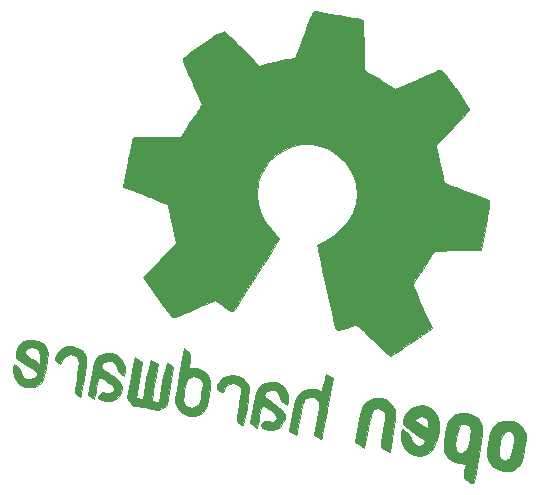
<source format=gbr>
G04 #@! TF.GenerationSoftware,KiCad,Pcbnew,(5.1.12)-1*
G04 #@! TF.CreationDate,2021-12-15T08:08:51+10:00*
G04 #@! TF.ProjectId,Weather-Station,57656174-6865-4722-9d53-746174696f6e,rev?*
G04 #@! TF.SameCoordinates,Original*
G04 #@! TF.FileFunction,Legend,Bot*
G04 #@! TF.FilePolarity,Positive*
%FSLAX46Y46*%
G04 Gerber Fmt 4.6, Leading zero omitted, Abs format (unit mm)*
G04 Created by KiCad (PCBNEW (5.1.12)-1) date 2021-12-15 08:08:51*
%MOMM*%
%LPD*%
G01*
G04 APERTURE LIST*
%ADD10C,0.010000*%
G04 APERTURE END LIST*
D10*
G36*
X107424627Y-67269916D02*
G01*
X106905487Y-67181305D01*
X106528784Y-67122809D01*
X106269902Y-67092585D01*
X106104220Y-67088784D01*
X106007120Y-67109560D01*
X105953984Y-67153067D01*
X105920190Y-67217458D01*
X105916518Y-67225917D01*
X105855359Y-67379462D01*
X105738724Y-67683128D01*
X105578880Y-68104566D01*
X105388092Y-68611431D01*
X105178629Y-69171375D01*
X105171293Y-69191044D01*
X104963692Y-69739373D01*
X104774667Y-70222853D01*
X104616015Y-70612564D01*
X104499530Y-70879592D01*
X104437009Y-70995020D01*
X104434675Y-70996849D01*
X104303643Y-71035494D01*
X104037656Y-71091495D01*
X103694156Y-71152764D01*
X103692248Y-71153078D01*
X103258890Y-71234182D01*
X102745425Y-71344299D01*
X102259272Y-71460325D01*
X102236191Y-71466231D01*
X101441676Y-71670397D01*
X100008857Y-70270766D01*
X99568938Y-69843535D01*
X99169728Y-69460544D01*
X98834414Y-69143660D01*
X98586180Y-68914747D01*
X98448210Y-68795672D01*
X98434771Y-68786276D01*
X98317382Y-68796862D01*
X98082306Y-68906359D01*
X97720167Y-69120232D01*
X97221585Y-69443946D01*
X96709574Y-69791597D01*
X96214390Y-70135830D01*
X95769909Y-70451253D01*
X95402993Y-70718283D01*
X95140505Y-70917341D01*
X95009307Y-71028841D01*
X95004098Y-71034853D01*
X94976340Y-71122348D01*
X94995590Y-71276625D01*
X95069492Y-71519406D01*
X95205693Y-71872418D01*
X95411842Y-72357384D01*
X95690165Y-72983982D01*
X95937894Y-73535984D01*
X96159084Y-74030894D01*
X96340975Y-74439994D01*
X96470807Y-74734565D01*
X96535816Y-74885887D01*
X96539790Y-74896083D01*
X96506017Y-75024131D01*
X96379177Y-75262216D01*
X96184066Y-75565486D01*
X96116667Y-75661439D01*
X95820893Y-76089700D01*
X95499771Y-76578184D01*
X95233979Y-77002974D01*
X95040714Y-77318958D01*
X94889257Y-77558286D01*
X94804250Y-77682337D01*
X94794805Y-77691386D01*
X94679156Y-77688739D01*
X94405382Y-77689090D01*
X94009963Y-77691947D01*
X93529378Y-77696822D01*
X93000108Y-77703225D01*
X92458630Y-77710666D01*
X91941426Y-77718658D01*
X91484976Y-77726710D01*
X91125758Y-77734333D01*
X90900253Y-77741037D01*
X90844644Y-77744370D01*
X90783978Y-77766098D01*
X90729845Y-77829785D01*
X90676147Y-77959075D01*
X90616785Y-78177612D01*
X90545659Y-78509039D01*
X90456670Y-78977000D01*
X90343720Y-79605137D01*
X90298184Y-79862741D01*
X89928741Y-81957958D01*
X90414387Y-82145991D01*
X90684826Y-82249201D01*
X91088696Y-82401463D01*
X91576871Y-82584337D01*
X92100223Y-82779381D01*
X92244910Y-82833119D01*
X92726951Y-83018183D01*
X93144963Y-83190290D01*
X93464006Y-83334166D01*
X93649144Y-83434536D01*
X93678461Y-83459891D01*
X93734482Y-83612718D01*
X93802484Y-83901701D01*
X93869468Y-84269972D01*
X93881715Y-84348914D01*
X93967990Y-84840192D01*
X94084277Y-85397846D01*
X94205477Y-85901579D01*
X94206099Y-85903929D01*
X94415904Y-86697596D01*
X93010937Y-88141889D01*
X91605972Y-89586181D01*
X92785353Y-91273506D01*
X93143284Y-91776912D01*
X93472047Y-92223003D01*
X93752994Y-92587774D01*
X93967475Y-92847215D01*
X94096840Y-92977318D01*
X94116866Y-92987657D01*
X94250441Y-92957600D01*
X94529788Y-92857814D01*
X94924149Y-92700552D01*
X95402772Y-92498069D01*
X95922148Y-92268374D01*
X96449554Y-92033664D01*
X96918588Y-91831212D01*
X97299560Y-91673326D01*
X97562783Y-91572313D01*
X97678217Y-91540414D01*
X97800590Y-91606207D01*
X98027055Y-91762651D01*
X98310931Y-91977306D01*
X98340878Y-92000881D01*
X98723907Y-92285704D01*
X98993816Y-92439858D01*
X99172825Y-92472555D01*
X99283157Y-92393005D01*
X99283937Y-92391756D01*
X99350675Y-92286276D01*
X99509616Y-92035975D01*
X99748443Y-91660223D01*
X100054839Y-91178390D01*
X100416488Y-90609845D01*
X100821072Y-89973959D01*
X101212857Y-89358319D01*
X101643964Y-88678700D01*
X102040852Y-88048688D01*
X102391544Y-87487630D01*
X102684064Y-87014871D01*
X102906434Y-86649757D01*
X103046678Y-86411635D01*
X103092821Y-86321671D01*
X103038420Y-86199548D01*
X102876455Y-85991641D01*
X102653398Y-85754577D01*
X102028807Y-85019103D01*
X101579591Y-84223107D01*
X101310024Y-83382438D01*
X101224374Y-82512949D01*
X101326913Y-81630491D01*
X101435399Y-81233964D01*
X101786683Y-80433533D01*
X102267921Y-79756845D01*
X102856058Y-79207345D01*
X103528039Y-78788481D01*
X104260808Y-78503697D01*
X105031311Y-78356439D01*
X105816493Y-78350153D01*
X106593299Y-78488285D01*
X107338674Y-78774281D01*
X108029562Y-79211586D01*
X108642909Y-79803647D01*
X108886651Y-80120304D01*
X109323700Y-80900124D01*
X109580354Y-81713339D01*
X109663025Y-82538692D01*
X109578123Y-83354930D01*
X109332060Y-84140795D01*
X108931248Y-84875031D01*
X108382098Y-85536383D01*
X107691021Y-86103596D01*
X106958246Y-86513638D01*
X106656180Y-86666502D01*
X106437356Y-86805320D01*
X106351337Y-86896403D01*
X106367048Y-87015044D01*
X106420749Y-87301317D01*
X106507796Y-87732950D01*
X106623548Y-88287667D01*
X106763362Y-88943191D01*
X106922595Y-89677249D01*
X107080089Y-90393038D01*
X107254322Y-91180040D01*
X107415655Y-91909305D01*
X107559140Y-92558423D01*
X107679829Y-93104980D01*
X107772770Y-93526567D01*
X107833017Y-93800770D01*
X107855213Y-93903103D01*
X107930310Y-94016329D01*
X108108691Y-94047490D01*
X108414204Y-93995535D01*
X108870696Y-93859414D01*
X108874327Y-93858213D01*
X109218890Y-93750868D01*
X109495128Y-93677128D01*
X109648079Y-93651508D01*
X109654515Y-93652158D01*
X109753764Y-93723002D01*
X109967651Y-93909054D01*
X110272485Y-94188592D01*
X110644577Y-94539898D01*
X111055702Y-94936828D01*
X111474581Y-95339182D01*
X111853884Y-95691745D01*
X112168901Y-95972482D01*
X112394923Y-96159360D01*
X112506103Y-96230175D01*
X112628056Y-96184369D01*
X112882276Y-96041076D01*
X113243032Y-95816477D01*
X113684595Y-95526749D01*
X114181235Y-95188072D01*
X114344170Y-95074398D01*
X116030104Y-93891797D01*
X115221702Y-92098877D01*
X114976922Y-91548899D01*
X114763808Y-91056460D01*
X114594174Y-90649993D01*
X114479834Y-90357934D01*
X114432599Y-90208715D01*
X114432224Y-90198626D01*
X114492538Y-90076462D01*
X114639361Y-89835215D01*
X114847537Y-89515215D01*
X114991678Y-89301821D01*
X115263016Y-88892460D01*
X115523907Y-88476552D01*
X115731672Y-88122906D01*
X115790312Y-88014352D01*
X115953446Y-87725616D01*
X116101792Y-87506449D01*
X116176085Y-87426829D01*
X116314750Y-87394535D01*
X116609965Y-87366148D01*
X117023654Y-87344070D01*
X117517735Y-87330705D01*
X117738224Y-87328279D01*
X118297751Y-87324252D01*
X118834605Y-87319485D01*
X119296311Y-87314502D01*
X119630401Y-87309832D01*
X119693363Y-87308664D01*
X120214032Y-87298072D01*
X120583476Y-85202855D01*
X120703826Y-84513701D01*
X120791100Y-83991626D01*
X120847651Y-83612327D01*
X120875834Y-83351502D01*
X120878005Y-83184846D01*
X120856519Y-83088054D01*
X120813732Y-83036826D01*
X120794497Y-83025337D01*
X120675042Y-82975547D01*
X120410081Y-82871512D01*
X120033729Y-82726169D01*
X119580095Y-82552456D01*
X119083295Y-82363307D01*
X118577439Y-82171660D01*
X118096640Y-81990451D01*
X117675010Y-81832617D01*
X117346662Y-81711096D01*
X117145708Y-81638822D01*
X117100682Y-81624514D01*
X117073480Y-81534483D01*
X117019832Y-81297968D01*
X116949683Y-80959684D01*
X116923443Y-80827412D01*
X116813901Y-80314940D01*
X116678769Y-79746265D01*
X116552820Y-79264884D01*
X116462408Y-78897840D01*
X116411646Y-78600390D01*
X116408446Y-78423143D01*
X116417823Y-78401117D01*
X116507561Y-78305146D01*
X116711332Y-78092437D01*
X117007302Y-77785617D01*
X117373632Y-77407311D01*
X117788489Y-76980148D01*
X117870492Y-76895849D01*
X118352639Y-76395738D01*
X118709700Y-76013136D01*
X118956380Y-75730122D01*
X119107385Y-75528774D01*
X119177419Y-75391172D01*
X119181190Y-75299392D01*
X119180984Y-75298767D01*
X119107000Y-75164298D01*
X118937577Y-74899676D01*
X118691267Y-74532506D01*
X118386624Y-74090400D01*
X118042201Y-73600963D01*
X118003274Y-73546251D01*
X117566718Y-72943618D01*
X117226451Y-72497644D01*
X116975526Y-72199991D01*
X116807002Y-72042311D01*
X116725959Y-72011505D01*
X116591240Y-72059800D01*
X116308779Y-72176424D01*
X115907844Y-72348759D01*
X115417699Y-72564187D01*
X114867607Y-72810092D01*
X114739077Y-72868102D01*
X112913965Y-73693271D01*
X112237194Y-73229677D01*
X111824131Y-72956217D01*
X111378421Y-72675853D01*
X110993107Y-72447036D01*
X110976053Y-72437409D01*
X110673983Y-72262268D01*
X110442687Y-72118426D01*
X110332008Y-72036886D01*
X110331833Y-72036677D01*
X110312521Y-71921158D01*
X110294254Y-71642210D01*
X110278226Y-71231039D01*
X110265632Y-70718852D01*
X110257665Y-70136855D01*
X110257261Y-70087837D01*
X110251969Y-69488711D01*
X110246058Y-68944669D01*
X110239991Y-68490304D01*
X110234231Y-68160207D01*
X110229242Y-67988968D01*
X110229091Y-67986340D01*
X110220718Y-67912395D01*
X110189697Y-67852209D01*
X110112259Y-67799099D01*
X109964641Y-67746378D01*
X109723075Y-67687363D01*
X109363796Y-67615366D01*
X108863039Y-67523704D01*
X108197037Y-67405691D01*
X108110828Y-67390490D01*
X107424627Y-67269916D01*
G37*
X107424627Y-67269916D02*
X106905487Y-67181305D01*
X106528784Y-67122809D01*
X106269902Y-67092585D01*
X106104220Y-67088784D01*
X106007120Y-67109560D01*
X105953984Y-67153067D01*
X105920190Y-67217458D01*
X105916518Y-67225917D01*
X105855359Y-67379462D01*
X105738724Y-67683128D01*
X105578880Y-68104566D01*
X105388092Y-68611431D01*
X105178629Y-69171375D01*
X105171293Y-69191044D01*
X104963692Y-69739373D01*
X104774667Y-70222853D01*
X104616015Y-70612564D01*
X104499530Y-70879592D01*
X104437009Y-70995020D01*
X104434675Y-70996849D01*
X104303643Y-71035494D01*
X104037656Y-71091495D01*
X103694156Y-71152764D01*
X103692248Y-71153078D01*
X103258890Y-71234182D01*
X102745425Y-71344299D01*
X102259272Y-71460325D01*
X102236191Y-71466231D01*
X101441676Y-71670397D01*
X100008857Y-70270766D01*
X99568938Y-69843535D01*
X99169728Y-69460544D01*
X98834414Y-69143660D01*
X98586180Y-68914747D01*
X98448210Y-68795672D01*
X98434771Y-68786276D01*
X98317382Y-68796862D01*
X98082306Y-68906359D01*
X97720167Y-69120232D01*
X97221585Y-69443946D01*
X96709574Y-69791597D01*
X96214390Y-70135830D01*
X95769909Y-70451253D01*
X95402993Y-70718283D01*
X95140505Y-70917341D01*
X95009307Y-71028841D01*
X95004098Y-71034853D01*
X94976340Y-71122348D01*
X94995590Y-71276625D01*
X95069492Y-71519406D01*
X95205693Y-71872418D01*
X95411842Y-72357384D01*
X95690165Y-72983982D01*
X95937894Y-73535984D01*
X96159084Y-74030894D01*
X96340975Y-74439994D01*
X96470807Y-74734565D01*
X96535816Y-74885887D01*
X96539790Y-74896083D01*
X96506017Y-75024131D01*
X96379177Y-75262216D01*
X96184066Y-75565486D01*
X96116667Y-75661439D01*
X95820893Y-76089700D01*
X95499771Y-76578184D01*
X95233979Y-77002974D01*
X95040714Y-77318958D01*
X94889257Y-77558286D01*
X94804250Y-77682337D01*
X94794805Y-77691386D01*
X94679156Y-77688739D01*
X94405382Y-77689090D01*
X94009963Y-77691947D01*
X93529378Y-77696822D01*
X93000108Y-77703225D01*
X92458630Y-77710666D01*
X91941426Y-77718658D01*
X91484976Y-77726710D01*
X91125758Y-77734333D01*
X90900253Y-77741037D01*
X90844644Y-77744370D01*
X90783978Y-77766098D01*
X90729845Y-77829785D01*
X90676147Y-77959075D01*
X90616785Y-78177612D01*
X90545659Y-78509039D01*
X90456670Y-78977000D01*
X90343720Y-79605137D01*
X90298184Y-79862741D01*
X89928741Y-81957958D01*
X90414387Y-82145991D01*
X90684826Y-82249201D01*
X91088696Y-82401463D01*
X91576871Y-82584337D01*
X92100223Y-82779381D01*
X92244910Y-82833119D01*
X92726951Y-83018183D01*
X93144963Y-83190290D01*
X93464006Y-83334166D01*
X93649144Y-83434536D01*
X93678461Y-83459891D01*
X93734482Y-83612718D01*
X93802484Y-83901701D01*
X93869468Y-84269972D01*
X93881715Y-84348914D01*
X93967990Y-84840192D01*
X94084277Y-85397846D01*
X94205477Y-85901579D01*
X94206099Y-85903929D01*
X94415904Y-86697596D01*
X93010937Y-88141889D01*
X91605972Y-89586181D01*
X92785353Y-91273506D01*
X93143284Y-91776912D01*
X93472047Y-92223003D01*
X93752994Y-92587774D01*
X93967475Y-92847215D01*
X94096840Y-92977318D01*
X94116866Y-92987657D01*
X94250441Y-92957600D01*
X94529788Y-92857814D01*
X94924149Y-92700552D01*
X95402772Y-92498069D01*
X95922148Y-92268374D01*
X96449554Y-92033664D01*
X96918588Y-91831212D01*
X97299560Y-91673326D01*
X97562783Y-91572313D01*
X97678217Y-91540414D01*
X97800590Y-91606207D01*
X98027055Y-91762651D01*
X98310931Y-91977306D01*
X98340878Y-92000881D01*
X98723907Y-92285704D01*
X98993816Y-92439858D01*
X99172825Y-92472555D01*
X99283157Y-92393005D01*
X99283937Y-92391756D01*
X99350675Y-92286276D01*
X99509616Y-92035975D01*
X99748443Y-91660223D01*
X100054839Y-91178390D01*
X100416488Y-90609845D01*
X100821072Y-89973959D01*
X101212857Y-89358319D01*
X101643964Y-88678700D01*
X102040852Y-88048688D01*
X102391544Y-87487630D01*
X102684064Y-87014871D01*
X102906434Y-86649757D01*
X103046678Y-86411635D01*
X103092821Y-86321671D01*
X103038420Y-86199548D01*
X102876455Y-85991641D01*
X102653398Y-85754577D01*
X102028807Y-85019103D01*
X101579591Y-84223107D01*
X101310024Y-83382438D01*
X101224374Y-82512949D01*
X101326913Y-81630491D01*
X101435399Y-81233964D01*
X101786683Y-80433533D01*
X102267921Y-79756845D01*
X102856058Y-79207345D01*
X103528039Y-78788481D01*
X104260808Y-78503697D01*
X105031311Y-78356439D01*
X105816493Y-78350153D01*
X106593299Y-78488285D01*
X107338674Y-78774281D01*
X108029562Y-79211586D01*
X108642909Y-79803647D01*
X108886651Y-80120304D01*
X109323700Y-80900124D01*
X109580354Y-81713339D01*
X109663025Y-82538692D01*
X109578123Y-83354930D01*
X109332060Y-84140795D01*
X108931248Y-84875031D01*
X108382098Y-85536383D01*
X107691021Y-86103596D01*
X106958246Y-86513638D01*
X106656180Y-86666502D01*
X106437356Y-86805320D01*
X106351337Y-86896403D01*
X106367048Y-87015044D01*
X106420749Y-87301317D01*
X106507796Y-87732950D01*
X106623548Y-88287667D01*
X106763362Y-88943191D01*
X106922595Y-89677249D01*
X107080089Y-90393038D01*
X107254322Y-91180040D01*
X107415655Y-91909305D01*
X107559140Y-92558423D01*
X107679829Y-93104980D01*
X107772770Y-93526567D01*
X107833017Y-93800770D01*
X107855213Y-93903103D01*
X107930310Y-94016329D01*
X108108691Y-94047490D01*
X108414204Y-93995535D01*
X108870696Y-93859414D01*
X108874327Y-93858213D01*
X109218890Y-93750868D01*
X109495128Y-93677128D01*
X109648079Y-93651508D01*
X109654515Y-93652158D01*
X109753764Y-93723002D01*
X109967651Y-93909054D01*
X110272485Y-94188592D01*
X110644577Y-94539898D01*
X111055702Y-94936828D01*
X111474581Y-95339182D01*
X111853884Y-95691745D01*
X112168901Y-95972482D01*
X112394923Y-96159360D01*
X112506103Y-96230175D01*
X112628056Y-96184369D01*
X112882276Y-96041076D01*
X113243032Y-95816477D01*
X113684595Y-95526749D01*
X114181235Y-95188072D01*
X114344170Y-95074398D01*
X116030104Y-93891797D01*
X115221702Y-92098877D01*
X114976922Y-91548899D01*
X114763808Y-91056460D01*
X114594174Y-90649993D01*
X114479834Y-90357934D01*
X114432599Y-90208715D01*
X114432224Y-90198626D01*
X114492538Y-90076462D01*
X114639361Y-89835215D01*
X114847537Y-89515215D01*
X114991678Y-89301821D01*
X115263016Y-88892460D01*
X115523907Y-88476552D01*
X115731672Y-88122906D01*
X115790312Y-88014352D01*
X115953446Y-87725616D01*
X116101792Y-87506449D01*
X116176085Y-87426829D01*
X116314750Y-87394535D01*
X116609965Y-87366148D01*
X117023654Y-87344070D01*
X117517735Y-87330705D01*
X117738224Y-87328279D01*
X118297751Y-87324252D01*
X118834605Y-87319485D01*
X119296311Y-87314502D01*
X119630401Y-87309832D01*
X119693363Y-87308664D01*
X120214032Y-87298072D01*
X120583476Y-85202855D01*
X120703826Y-84513701D01*
X120791100Y-83991626D01*
X120847651Y-83612327D01*
X120875834Y-83351502D01*
X120878005Y-83184846D01*
X120856519Y-83088054D01*
X120813732Y-83036826D01*
X120794497Y-83025337D01*
X120675042Y-82975547D01*
X120410081Y-82871512D01*
X120033729Y-82726169D01*
X119580095Y-82552456D01*
X119083295Y-82363307D01*
X118577439Y-82171660D01*
X118096640Y-81990451D01*
X117675010Y-81832617D01*
X117346662Y-81711096D01*
X117145708Y-81638822D01*
X117100682Y-81624514D01*
X117073480Y-81534483D01*
X117019832Y-81297968D01*
X116949683Y-80959684D01*
X116923443Y-80827412D01*
X116813901Y-80314940D01*
X116678769Y-79746265D01*
X116552820Y-79264884D01*
X116462408Y-78897840D01*
X116411646Y-78600390D01*
X116408446Y-78423143D01*
X116417823Y-78401117D01*
X116507561Y-78305146D01*
X116711332Y-78092437D01*
X117007302Y-77785617D01*
X117373632Y-77407311D01*
X117788489Y-76980148D01*
X117870492Y-76895849D01*
X118352639Y-76395738D01*
X118709700Y-76013136D01*
X118956380Y-75730122D01*
X119107385Y-75528774D01*
X119177419Y-75391172D01*
X119181190Y-75299392D01*
X119180984Y-75298767D01*
X119107000Y-75164298D01*
X118937577Y-74899676D01*
X118691267Y-74532506D01*
X118386624Y-74090400D01*
X118042201Y-73600963D01*
X118003274Y-73546251D01*
X117566718Y-72943618D01*
X117226451Y-72497644D01*
X116975526Y-72199991D01*
X116807002Y-72042311D01*
X116725959Y-72011505D01*
X116591240Y-72059800D01*
X116308779Y-72176424D01*
X115907844Y-72348759D01*
X115417699Y-72564187D01*
X114867607Y-72810092D01*
X114739077Y-72868102D01*
X112913965Y-73693271D01*
X112237194Y-73229677D01*
X111824131Y-72956217D01*
X111378421Y-72675853D01*
X110993107Y-72447036D01*
X110976053Y-72437409D01*
X110673983Y-72262268D01*
X110442687Y-72118426D01*
X110332008Y-72036886D01*
X110331833Y-72036677D01*
X110312521Y-71921158D01*
X110294254Y-71642210D01*
X110278226Y-71231039D01*
X110265632Y-70718852D01*
X110257665Y-70136855D01*
X110257261Y-70087837D01*
X110251969Y-69488711D01*
X110246058Y-68944669D01*
X110239991Y-68490304D01*
X110234231Y-68160207D01*
X110229242Y-67988968D01*
X110229091Y-67986340D01*
X110220718Y-67912395D01*
X110189697Y-67852209D01*
X110112259Y-67799099D01*
X109964641Y-67746378D01*
X109723075Y-67687363D01*
X109363796Y-67615366D01*
X108863039Y-67523704D01*
X108197037Y-67405691D01*
X108110828Y-67390490D01*
X107424627Y-67269916D01*
G36*
X81786287Y-94916348D02*
G01*
X81363402Y-95097311D01*
X81141391Y-95286918D01*
X80925508Y-95663950D01*
X80857828Y-95980484D01*
X80808791Y-96411036D01*
X81715329Y-97014228D01*
X82154241Y-97318125D01*
X82435179Y-97549869D01*
X82570472Y-97731545D01*
X82572450Y-97885235D01*
X82453442Y-98033023D01*
X82334908Y-98123987D01*
X82014991Y-98246974D01*
X81698250Y-98203694D01*
X81433231Y-98017153D01*
X81268481Y-97710357D01*
X81247290Y-97608546D01*
X81117837Y-97279402D01*
X80930964Y-97115907D01*
X80663113Y-96956999D01*
X80590708Y-97367626D01*
X80566806Y-97651527D01*
X80624630Y-97904688D01*
X80785203Y-98211968D01*
X80809961Y-98252584D01*
X80999194Y-98534138D01*
X81175563Y-98698429D01*
X81414232Y-98801788D01*
X81617346Y-98857669D01*
X81985938Y-98927661D01*
X82259769Y-98912596D01*
X82439923Y-98850308D01*
X82733155Y-98695182D01*
X82949902Y-98509714D01*
X83110973Y-98256797D01*
X83237179Y-97899325D01*
X83349328Y-97400191D01*
X83396236Y-97145094D01*
X83443877Y-96837752D01*
X82865214Y-96735718D01*
X82829536Y-96898812D01*
X82808065Y-96922767D01*
X82704124Y-96866755D01*
X82483628Y-96728143D01*
X82190384Y-96534641D01*
X82129201Y-96493377D01*
X81763935Y-96218593D01*
X81574484Y-96000287D01*
X81555515Y-95823757D01*
X81701693Y-95674295D01*
X81810907Y-95616123D01*
X82183695Y-95527001D01*
X82503453Y-95608967D01*
X82742490Y-95840130D01*
X82873109Y-96198598D01*
X82887847Y-96467444D01*
X82865214Y-96735718D01*
X83443877Y-96837752D01*
X83489074Y-96546166D01*
X83521296Y-96096605D01*
X83487597Y-95759168D01*
X83382667Y-95496610D01*
X83201205Y-95271687D01*
X83118370Y-95194734D01*
X82721423Y-94962372D01*
X82258178Y-94870472D01*
X81786287Y-94916348D01*
G37*
X81786287Y-94916348D02*
X81363402Y-95097311D01*
X81141391Y-95286918D01*
X80925508Y-95663950D01*
X80857828Y-95980484D01*
X80808791Y-96411036D01*
X81715329Y-97014228D01*
X82154241Y-97318125D01*
X82435179Y-97549869D01*
X82570472Y-97731545D01*
X82572450Y-97885235D01*
X82453442Y-98033023D01*
X82334908Y-98123987D01*
X82014991Y-98246974D01*
X81698250Y-98203694D01*
X81433231Y-98017153D01*
X81268481Y-97710357D01*
X81247290Y-97608546D01*
X81117837Y-97279402D01*
X80930964Y-97115907D01*
X80663113Y-96956999D01*
X80590708Y-97367626D01*
X80566806Y-97651527D01*
X80624630Y-97904688D01*
X80785203Y-98211968D01*
X80809961Y-98252584D01*
X80999194Y-98534138D01*
X81175563Y-98698429D01*
X81414232Y-98801788D01*
X81617346Y-98857669D01*
X81985938Y-98927661D01*
X82259769Y-98912596D01*
X82439923Y-98850308D01*
X82733155Y-98695182D01*
X82949902Y-98509714D01*
X83110973Y-98256797D01*
X83237179Y-97899325D01*
X83349328Y-97400191D01*
X83396236Y-97145094D01*
X83443877Y-96837752D01*
X82865214Y-96735718D01*
X82829536Y-96898812D01*
X82808065Y-96922767D01*
X82704124Y-96866755D01*
X82483628Y-96728143D01*
X82190384Y-96534641D01*
X82129201Y-96493377D01*
X81763935Y-96218593D01*
X81574484Y-96000287D01*
X81555515Y-95823757D01*
X81701693Y-95674295D01*
X81810907Y-95616123D01*
X82183695Y-95527001D01*
X82503453Y-95608967D01*
X82742490Y-95840130D01*
X82873109Y-96198598D01*
X82887847Y-96467444D01*
X82865214Y-96735718D01*
X83443877Y-96837752D01*
X83489074Y-96546166D01*
X83521296Y-96096605D01*
X83487597Y-95759168D01*
X83382667Y-95496610D01*
X83201205Y-95271687D01*
X83118370Y-95194734D01*
X82721423Y-94962372D01*
X82258178Y-94870472D01*
X81786287Y-94916348D01*
G36*
X85103982Y-95445426D02*
G01*
X84980602Y-95475292D01*
X84668998Y-95643626D01*
X84379976Y-95915510D01*
X84176456Y-96224153D01*
X84123875Y-96384733D01*
X84162227Y-96628629D01*
X84313849Y-96780838D01*
X84486426Y-96887245D01*
X84569004Y-96915805D01*
X84627753Y-96824564D01*
X84747264Y-96624539D01*
X84800191Y-96533968D01*
X85060276Y-96234252D01*
X85380754Y-96118393D01*
X85752986Y-96189328D01*
X85779463Y-96200785D01*
X85962021Y-96330362D01*
X86076008Y-96540319D01*
X86123766Y-96854398D01*
X86107639Y-97296336D01*
X86029972Y-97889877D01*
X85977170Y-98203675D01*
X85891287Y-98697868D01*
X85839885Y-99036019D01*
X85823374Y-99253716D01*
X85842166Y-99386551D01*
X85896669Y-99470109D01*
X85987292Y-99539980D01*
X85992598Y-99543629D01*
X86170533Y-99658820D01*
X86260505Y-99705550D01*
X86291099Y-99617632D01*
X86347736Y-99369693D01*
X86423868Y-98993602D01*
X86512942Y-98521227D01*
X86575140Y-98175012D01*
X86687636Y-97503675D01*
X86755002Y-96991201D01*
X86774680Y-96606532D01*
X86744112Y-96318608D01*
X86660736Y-96096369D01*
X86521994Y-95908754D01*
X86376914Y-95769303D01*
X86007150Y-95552557D01*
X85552489Y-95438207D01*
X85103982Y-95445426D01*
G37*
X85103982Y-95445426D02*
X84980602Y-95475292D01*
X84668998Y-95643626D01*
X84379976Y-95915510D01*
X84176456Y-96224153D01*
X84123875Y-96384733D01*
X84162227Y-96628629D01*
X84313849Y-96780838D01*
X84486426Y-96887245D01*
X84569004Y-96915805D01*
X84627753Y-96824564D01*
X84747264Y-96624539D01*
X84800191Y-96533968D01*
X85060276Y-96234252D01*
X85380754Y-96118393D01*
X85752986Y-96189328D01*
X85779463Y-96200785D01*
X85962021Y-96330362D01*
X86076008Y-96540319D01*
X86123766Y-96854398D01*
X86107639Y-97296336D01*
X86029972Y-97889877D01*
X85977170Y-98203675D01*
X85891287Y-98697868D01*
X85839885Y-99036019D01*
X85823374Y-99253716D01*
X85842166Y-99386551D01*
X85896669Y-99470109D01*
X85987292Y-99539980D01*
X85992598Y-99543629D01*
X86170533Y-99658820D01*
X86260505Y-99705550D01*
X86291099Y-99617632D01*
X86347736Y-99369693D01*
X86423868Y-98993602D01*
X86512942Y-98521227D01*
X86575140Y-98175012D01*
X86687636Y-97503675D01*
X86755002Y-96991201D01*
X86774680Y-96606532D01*
X86744112Y-96318608D01*
X86660736Y-96096369D01*
X86521994Y-95908754D01*
X86376914Y-95769303D01*
X86007150Y-95552557D01*
X85552489Y-95438207D01*
X85103982Y-95445426D01*
G36*
X88459354Y-96020612D02*
G01*
X88161271Y-96097475D01*
X87917857Y-96211377D01*
X87729170Y-96353460D01*
X87580916Y-96553525D01*
X87458806Y-96841381D01*
X87348546Y-97246833D01*
X87235845Y-97799684D01*
X87169789Y-98165184D01*
X86918176Y-99592152D01*
X87142674Y-99746418D01*
X87320607Y-99861609D01*
X87410580Y-99908339D01*
X87444509Y-99822480D01*
X87501314Y-99584859D01*
X87572002Y-99235726D01*
X87622981Y-98957598D01*
X87701992Y-98556730D01*
X87780040Y-98241428D01*
X87846296Y-98051605D01*
X87878878Y-98014527D01*
X88041182Y-98086876D01*
X88288537Y-98242651D01*
X88571158Y-98444535D01*
X88839264Y-98655203D01*
X89043073Y-98837338D01*
X89132803Y-98953619D01*
X89133041Y-98954747D01*
X89092051Y-99133438D01*
X88979242Y-99291026D01*
X88809818Y-99405307D01*
X88590271Y-99414809D01*
X88410646Y-99377518D01*
X88155586Y-99328410D01*
X88010765Y-99364659D01*
X87902218Y-99508756D01*
X87886787Y-99536817D01*
X87812022Y-99756433D01*
X87881324Y-99910006D01*
X88113449Y-100018302D01*
X88374511Y-100076793D01*
X88863925Y-100070734D01*
X89131657Y-99986046D01*
X89487440Y-99738931D01*
X89713067Y-99398386D01*
X89796202Y-99011169D01*
X89724512Y-98624038D01*
X89560475Y-98360447D01*
X89379097Y-98197085D01*
X89087144Y-97979278D01*
X88742626Y-97749857D01*
X88684800Y-97713887D01*
X88306601Y-97460592D01*
X88098316Y-97259397D01*
X88050245Y-97087415D01*
X88152688Y-96921763D01*
X88299178Y-96803986D01*
X88617612Y-96683313D01*
X88936980Y-96726364D01*
X89204479Y-96909792D01*
X89367306Y-97210250D01*
X89382787Y-97283090D01*
X89498627Y-97561384D01*
X89699389Y-97788225D01*
X89967170Y-97992548D01*
X90043354Y-97560491D01*
X90072558Y-97293451D01*
X90034885Y-97072278D01*
X89909154Y-96821219D01*
X89781030Y-96622325D01*
X89577608Y-96336818D01*
X89409319Y-96173041D01*
X89213133Y-96084657D01*
X88982169Y-96035042D01*
X88459354Y-96020612D01*
G37*
X88459354Y-96020612D02*
X88161271Y-96097475D01*
X87917857Y-96211377D01*
X87729170Y-96353460D01*
X87580916Y-96553525D01*
X87458806Y-96841381D01*
X87348546Y-97246833D01*
X87235845Y-97799684D01*
X87169789Y-98165184D01*
X86918176Y-99592152D01*
X87142674Y-99746418D01*
X87320607Y-99861609D01*
X87410580Y-99908339D01*
X87444509Y-99822480D01*
X87501314Y-99584859D01*
X87572002Y-99235726D01*
X87622981Y-98957598D01*
X87701992Y-98556730D01*
X87780040Y-98241428D01*
X87846296Y-98051605D01*
X87878878Y-98014527D01*
X88041182Y-98086876D01*
X88288537Y-98242651D01*
X88571158Y-98444535D01*
X88839264Y-98655203D01*
X89043073Y-98837338D01*
X89132803Y-98953619D01*
X89133041Y-98954747D01*
X89092051Y-99133438D01*
X88979242Y-99291026D01*
X88809818Y-99405307D01*
X88590271Y-99414809D01*
X88410646Y-99377518D01*
X88155586Y-99328410D01*
X88010765Y-99364659D01*
X87902218Y-99508756D01*
X87886787Y-99536817D01*
X87812022Y-99756433D01*
X87881324Y-99910006D01*
X88113449Y-100018302D01*
X88374511Y-100076793D01*
X88863925Y-100070734D01*
X89131657Y-99986046D01*
X89487440Y-99738931D01*
X89713067Y-99398386D01*
X89796202Y-99011169D01*
X89724512Y-98624038D01*
X89560475Y-98360447D01*
X89379097Y-98197085D01*
X89087144Y-97979278D01*
X88742626Y-97749857D01*
X88684800Y-97713887D01*
X88306601Y-97460592D01*
X88098316Y-97259397D01*
X88050245Y-97087415D01*
X88152688Y-96921763D01*
X88299178Y-96803986D01*
X88617612Y-96683313D01*
X88936980Y-96726364D01*
X89204479Y-96909792D01*
X89367306Y-97210250D01*
X89382787Y-97283090D01*
X89498627Y-97561384D01*
X89699389Y-97788225D01*
X89967170Y-97992548D01*
X90043354Y-97560491D01*
X90072558Y-97293451D01*
X90034885Y-97072278D01*
X89909154Y-96821219D01*
X89781030Y-96622325D01*
X89577608Y-96336818D01*
X89409319Y-96173041D01*
X89213133Y-96084657D01*
X88982169Y-96035042D01*
X88459354Y-96020612D01*
G36*
X90867068Y-96461010D02*
G01*
X90807980Y-96710584D01*
X90728947Y-97091778D01*
X90636244Y-97574447D01*
X90544376Y-98081647D01*
X90241492Y-99799386D01*
X90491301Y-100156151D01*
X90667347Y-100379889D01*
X90837464Y-100487938D01*
X91089065Y-100527361D01*
X91190751Y-100532721D01*
X91508109Y-100552097D01*
X91769017Y-100577141D01*
X91832071Y-100586324D01*
X92041362Y-100635891D01*
X92338355Y-100720048D01*
X92453047Y-100755298D01*
X92737081Y-100828624D01*
X92939266Y-100813787D01*
X93157838Y-100696460D01*
X93239110Y-100640664D01*
X93595875Y-100390855D01*
X94162419Y-97177823D01*
X93937923Y-97023557D01*
X93742251Y-96904111D01*
X93624359Y-96853586D01*
X93576756Y-96939173D01*
X93502381Y-97188649D01*
X93408159Y-97574206D01*
X93301021Y-98068035D01*
X93217559Y-98486489D01*
X92899827Y-100135097D01*
X92665364Y-100127105D01*
X92461289Y-100067803D01*
X92372252Y-99976602D01*
X92367895Y-99834675D01*
X92394984Y-99538767D01*
X92448942Y-99126170D01*
X92525183Y-98634177D01*
X92568194Y-98381655D01*
X92822785Y-96929219D01*
X92539517Y-96770785D01*
X92338507Y-96661581D01*
X92228189Y-96607731D01*
X92224894Y-96606822D01*
X92197246Y-96695452D01*
X92140093Y-96944652D01*
X92059957Y-97323724D01*
X91963361Y-97801966D01*
X91875806Y-98249902D01*
X91558074Y-99898509D01*
X90983037Y-99797115D01*
X91222597Y-98284195D01*
X91462158Y-96771276D01*
X91207388Y-96576881D01*
X91017965Y-96440838D01*
X90903430Y-96374064D01*
X90899938Y-96373197D01*
X90867068Y-96461010D01*
G37*
X90867068Y-96461010D02*
X90807980Y-96710584D01*
X90728947Y-97091778D01*
X90636244Y-97574447D01*
X90544376Y-98081647D01*
X90241492Y-99799386D01*
X90491301Y-100156151D01*
X90667347Y-100379889D01*
X90837464Y-100487938D01*
X91089065Y-100527361D01*
X91190751Y-100532721D01*
X91508109Y-100552097D01*
X91769017Y-100577141D01*
X91832071Y-100586324D01*
X92041362Y-100635891D01*
X92338355Y-100720048D01*
X92453047Y-100755298D01*
X92737081Y-100828624D01*
X92939266Y-100813787D01*
X93157838Y-100696460D01*
X93239110Y-100640664D01*
X93595875Y-100390855D01*
X94162419Y-97177823D01*
X93937923Y-97023557D01*
X93742251Y-96904111D01*
X93624359Y-96853586D01*
X93576756Y-96939173D01*
X93502381Y-97188649D01*
X93408159Y-97574206D01*
X93301021Y-98068035D01*
X93217559Y-98486489D01*
X92899827Y-100135097D01*
X92665364Y-100127105D01*
X92461289Y-100067803D01*
X92372252Y-99976602D01*
X92367895Y-99834675D01*
X92394984Y-99538767D01*
X92448942Y-99126170D01*
X92525183Y-98634177D01*
X92568194Y-98381655D01*
X92822785Y-96929219D01*
X92539517Y-96770785D01*
X92338507Y-96661581D01*
X92228189Y-96607731D01*
X92224894Y-96606822D01*
X92197246Y-96695452D01*
X92140093Y-96944652D01*
X92059957Y-97323724D01*
X91963361Y-97801966D01*
X91875806Y-98249902D01*
X91558074Y-99898509D01*
X90983037Y-99797115D01*
X91222597Y-98284195D01*
X91462158Y-96771276D01*
X91207388Y-96576881D01*
X91017965Y-96440838D01*
X90903430Y-96374064D01*
X90899938Y-96373197D01*
X90867068Y-96461010D01*
G36*
X94636805Y-97852137D02*
G01*
X94511717Y-98568655D01*
X94419269Y-99120511D01*
X94356790Y-99534455D01*
X94321615Y-99837229D01*
X94311073Y-100055582D01*
X94322496Y-100216260D01*
X94353217Y-100346008D01*
X94380443Y-100421777D01*
X94640600Y-100852508D01*
X95012642Y-101159343D01*
X95455109Y-101323921D01*
X95926539Y-101327883D01*
X96223534Y-101237988D01*
X96551862Y-101049783D01*
X96798347Y-100792681D01*
X96983363Y-100431685D01*
X97127286Y-99931799D01*
X97200847Y-99559422D01*
X97204550Y-99532383D01*
X96535004Y-99414324D01*
X96455348Y-99842163D01*
X96386586Y-100122560D01*
X96310770Y-100300557D01*
X96209952Y-100421202D01*
X96099918Y-100506213D01*
X95755888Y-100647091D01*
X95420564Y-100605182D01*
X95135199Y-100386599D01*
X95114648Y-100360175D01*
X95030571Y-100226746D01*
X94989268Y-100078349D01*
X94989758Y-99868413D01*
X95031064Y-99550361D01*
X95090307Y-99201125D01*
X95172492Y-98763757D01*
X95244375Y-98474992D01*
X95322406Y-98290645D01*
X95423034Y-98166529D01*
X95498536Y-98104501D01*
X95821917Y-97971508D01*
X96160841Y-98008423D01*
X96455796Y-98205565D01*
X96508295Y-98268701D01*
X96592888Y-98403268D01*
X96634079Y-98553098D01*
X96632965Y-98765291D01*
X96590646Y-99086951D01*
X96535004Y-99414324D01*
X97204550Y-99532383D01*
X97283804Y-98953488D01*
X97284859Y-98487419D01*
X97196834Y-98121361D01*
X97012552Y-97815458D01*
X96856576Y-97647826D01*
X96555401Y-97443330D01*
X96188336Y-97308336D01*
X95832741Y-97264445D01*
X95622589Y-97303269D01*
X95541520Y-97310570D01*
X95503944Y-97223427D01*
X95505001Y-97007847D01*
X95534089Y-96684312D01*
X95566999Y-96324068D01*
X95563423Y-96103204D01*
X95509924Y-95967833D01*
X95393062Y-95864069D01*
X95317005Y-95813833D01*
X95028534Y-95628431D01*
X94636805Y-97852137D01*
G37*
X94636805Y-97852137D02*
X94511717Y-98568655D01*
X94419269Y-99120511D01*
X94356790Y-99534455D01*
X94321615Y-99837229D01*
X94311073Y-100055582D01*
X94322496Y-100216260D01*
X94353217Y-100346008D01*
X94380443Y-100421777D01*
X94640600Y-100852508D01*
X95012642Y-101159343D01*
X95455109Y-101323921D01*
X95926539Y-101327883D01*
X96223534Y-101237988D01*
X96551862Y-101049783D01*
X96798347Y-100792681D01*
X96983363Y-100431685D01*
X97127286Y-99931799D01*
X97200847Y-99559422D01*
X97204550Y-99532383D01*
X96535004Y-99414324D01*
X96455348Y-99842163D01*
X96386586Y-100122560D01*
X96310770Y-100300557D01*
X96209952Y-100421202D01*
X96099918Y-100506213D01*
X95755888Y-100647091D01*
X95420564Y-100605182D01*
X95135199Y-100386599D01*
X95114648Y-100360175D01*
X95030571Y-100226746D01*
X94989268Y-100078349D01*
X94989758Y-99868413D01*
X95031064Y-99550361D01*
X95090307Y-99201125D01*
X95172492Y-98763757D01*
X95244375Y-98474992D01*
X95322406Y-98290645D01*
X95423034Y-98166529D01*
X95498536Y-98104501D01*
X95821917Y-97971508D01*
X96160841Y-98008423D01*
X96455796Y-98205565D01*
X96508295Y-98268701D01*
X96592888Y-98403268D01*
X96634079Y-98553098D01*
X96632965Y-98765291D01*
X96590646Y-99086951D01*
X96535004Y-99414324D01*
X97204550Y-99532383D01*
X97283804Y-98953488D01*
X97284859Y-98487419D01*
X97196834Y-98121361D01*
X97012552Y-97815458D01*
X96856576Y-97647826D01*
X96555401Y-97443330D01*
X96188336Y-97308336D01*
X95832741Y-97264445D01*
X95622589Y-97303269D01*
X95541520Y-97310570D01*
X95503944Y-97223427D01*
X95505001Y-97007847D01*
X95534089Y-96684312D01*
X95566999Y-96324068D01*
X95563423Y-96103204D01*
X95509924Y-95967833D01*
X95393062Y-95864069D01*
X95317005Y-95813833D01*
X95028534Y-95628431D01*
X94636805Y-97852137D01*
G36*
X99130723Y-97857461D02*
G01*
X98667038Y-97941348D01*
X98264228Y-98163306D01*
X98091012Y-98339006D01*
X97875911Y-98679523D01*
X97832240Y-98945463D01*
X97958608Y-99151784D01*
X98011659Y-99192432D01*
X98247126Y-99331521D01*
X98380175Y-99329985D01*
X98451813Y-99178771D01*
X98469513Y-99091387D01*
X98606307Y-98782545D01*
X98854277Y-98593350D01*
X99162808Y-98535257D01*
X99481282Y-98619718D01*
X99718957Y-98808643D01*
X99793384Y-98905627D01*
X99838906Y-99015391D01*
X99855110Y-99172038D01*
X99841581Y-99409670D01*
X99797906Y-99762388D01*
X99723671Y-100264295D01*
X99699368Y-100423074D01*
X99617038Y-100966389D01*
X99564754Y-101349780D01*
X99542611Y-101605637D01*
X99550706Y-101766352D01*
X99589137Y-101864319D01*
X99657998Y-101931930D01*
X99703969Y-101964542D01*
X99902660Y-102083375D01*
X100023327Y-102132307D01*
X100080556Y-102050034D01*
X100153600Y-101783675D01*
X100243145Y-101330125D01*
X100349880Y-100686281D01*
X100365307Y-100586794D01*
X100454220Y-99997897D01*
X100512597Y-99566732D01*
X100541742Y-99259012D01*
X100542956Y-99040457D01*
X100517542Y-98876781D01*
X100466803Y-98733701D01*
X100438091Y-98671160D01*
X100260598Y-98385551D01*
X100047270Y-98150123D01*
X100019964Y-98128042D01*
X99600095Y-97917679D01*
X99130723Y-97857461D01*
G37*
X99130723Y-97857461D02*
X98667038Y-97941348D01*
X98264228Y-98163306D01*
X98091012Y-98339006D01*
X97875911Y-98679523D01*
X97832240Y-98945463D01*
X97958608Y-99151784D01*
X98011659Y-99192432D01*
X98247126Y-99331521D01*
X98380175Y-99329985D01*
X98451813Y-99178771D01*
X98469513Y-99091387D01*
X98606307Y-98782545D01*
X98854277Y-98593350D01*
X99162808Y-98535257D01*
X99481282Y-98619718D01*
X99718957Y-98808643D01*
X99793384Y-98905627D01*
X99838906Y-99015391D01*
X99855110Y-99172038D01*
X99841581Y-99409670D01*
X99797906Y-99762388D01*
X99723671Y-100264295D01*
X99699368Y-100423074D01*
X99617038Y-100966389D01*
X99564754Y-101349780D01*
X99542611Y-101605637D01*
X99550706Y-101766352D01*
X99589137Y-101864319D01*
X99657998Y-101931930D01*
X99703969Y-101964542D01*
X99902660Y-102083375D01*
X100023327Y-102132307D01*
X100080556Y-102050034D01*
X100153600Y-101783675D01*
X100243145Y-101330125D01*
X100349880Y-100686281D01*
X100365307Y-100586794D01*
X100454220Y-99997897D01*
X100512597Y-99566732D01*
X100541742Y-99259012D01*
X100542956Y-99040457D01*
X100517542Y-98876781D01*
X100466803Y-98733701D01*
X100438091Y-98671160D01*
X100260598Y-98385551D01*
X100047270Y-98150123D01*
X100019964Y-98128042D01*
X99600095Y-97917679D01*
X99130723Y-97857461D01*
G36*
X102366040Y-98436194D02*
G01*
X101965916Y-98509431D01*
X101961147Y-98511354D01*
X101698751Y-98641336D01*
X101492064Y-98810866D01*
X101325569Y-99049931D01*
X101183744Y-99388521D01*
X101051072Y-99856621D01*
X100912032Y-100484219D01*
X100893731Y-100573901D01*
X100619508Y-101926473D01*
X100884517Y-102128679D01*
X101077538Y-102267784D01*
X101196418Y-102338531D01*
X101202203Y-102340174D01*
X101239959Y-102254969D01*
X101299847Y-102017733D01*
X101372531Y-101668514D01*
X101425012Y-101384609D01*
X101506280Y-100924034D01*
X101578337Y-100638505D01*
X101676055Y-100513488D01*
X101834310Y-100534452D01*
X102087974Y-100686866D01*
X102464908Y-100951279D01*
X102738852Y-101163990D01*
X102869817Y-101329720D01*
X102888903Y-101488546D01*
X102887657Y-101496021D01*
X102766493Y-101742464D01*
X102518613Y-101843433D01*
X102173536Y-101803543D01*
X101928179Y-101756645D01*
X101785991Y-101804620D01*
X101675103Y-101960525D01*
X101590325Y-102169111D01*
X101635721Y-102303949D01*
X101657877Y-102326008D01*
X101883225Y-102438645D01*
X102214490Y-102507378D01*
X102565717Y-102520986D01*
X102823840Y-102478189D01*
X103210136Y-102252160D01*
X103471147Y-101888732D01*
X103563674Y-101585159D01*
X103584152Y-101300234D01*
X103519980Y-101053388D01*
X103348934Y-100814037D01*
X103048788Y-100551596D01*
X102597318Y-100235480D01*
X102569636Y-100217232D01*
X102162614Y-99934391D01*
X101918780Y-99718291D01*
X101828179Y-99546760D01*
X101880856Y-99397625D01*
X102066860Y-99248712D01*
X102120341Y-99216326D01*
X102458396Y-99113796D01*
X102778780Y-99177115D01*
X103031638Y-99380669D01*
X103167115Y-99698843D01*
X103174501Y-99757909D01*
X103294712Y-100059260D01*
X103484962Y-100227749D01*
X103770562Y-100411841D01*
X103829732Y-100076270D01*
X103821904Y-99571963D01*
X103622281Y-99075462D01*
X103503741Y-98900239D01*
X103208161Y-98650054D01*
X102804524Y-98489221D01*
X102366040Y-98436194D01*
G37*
X102366040Y-98436194D02*
X101965916Y-98509431D01*
X101961147Y-98511354D01*
X101698751Y-98641336D01*
X101492064Y-98810866D01*
X101325569Y-99049931D01*
X101183744Y-99388521D01*
X101051072Y-99856621D01*
X100912032Y-100484219D01*
X100893731Y-100573901D01*
X100619508Y-101926473D01*
X100884517Y-102128679D01*
X101077538Y-102267784D01*
X101196418Y-102338531D01*
X101202203Y-102340174D01*
X101239959Y-102254969D01*
X101299847Y-102017733D01*
X101372531Y-101668514D01*
X101425012Y-101384609D01*
X101506280Y-100924034D01*
X101578337Y-100638505D01*
X101676055Y-100513488D01*
X101834310Y-100534452D01*
X102087974Y-100686866D01*
X102464908Y-100951279D01*
X102738852Y-101163990D01*
X102869817Y-101329720D01*
X102888903Y-101488546D01*
X102887657Y-101496021D01*
X102766493Y-101742464D01*
X102518613Y-101843433D01*
X102173536Y-101803543D01*
X101928179Y-101756645D01*
X101785991Y-101804620D01*
X101675103Y-101960525D01*
X101590325Y-102169111D01*
X101635721Y-102303949D01*
X101657877Y-102326008D01*
X101883225Y-102438645D01*
X102214490Y-102507378D01*
X102565717Y-102520986D01*
X102823840Y-102478189D01*
X103210136Y-102252160D01*
X103471147Y-101888732D01*
X103563674Y-101585159D01*
X103584152Y-101300234D01*
X103519980Y-101053388D01*
X103348934Y-100814037D01*
X103048788Y-100551596D01*
X102597318Y-100235480D01*
X102569636Y-100217232D01*
X102162614Y-99934391D01*
X101918780Y-99718291D01*
X101828179Y-99546760D01*
X101880856Y-99397625D01*
X102066860Y-99248712D01*
X102120341Y-99216326D01*
X102458396Y-99113796D01*
X102778780Y-99177115D01*
X103031638Y-99380669D01*
X103167115Y-99698843D01*
X103174501Y-99757909D01*
X103294712Y-100059260D01*
X103484962Y-100227749D01*
X103770562Y-100411841D01*
X103829732Y-100076270D01*
X103821904Y-99571963D01*
X103622281Y-99075462D01*
X103503741Y-98900239D01*
X103208161Y-98650054D01*
X102804524Y-98489221D01*
X102366040Y-98436194D01*
G36*
X106865629Y-98550939D02*
G01*
X106768471Y-98937711D01*
X106695509Y-99162858D01*
X106633052Y-99255664D01*
X106567407Y-99245418D01*
X106548314Y-99229658D01*
X106281509Y-99092877D01*
X105913591Y-99033242D01*
X105524674Y-99056912D01*
X105270881Y-99131495D01*
X104998987Y-99274192D01*
X104787164Y-99452587D01*
X104620199Y-99697281D01*
X104482879Y-100038879D01*
X104359989Y-100507980D01*
X104236320Y-101135190D01*
X104214801Y-101255897D01*
X103975494Y-102612208D01*
X104258761Y-102770642D01*
X104460505Y-102880020D01*
X104572240Y-102934085D01*
X104575648Y-102935003D01*
X104603166Y-102846670D01*
X104656977Y-102599131D01*
X104730553Y-102225029D01*
X104817364Y-101757008D01*
X104868256Y-101472125D01*
X104968672Y-100910435D01*
X105046550Y-100508908D01*
X105111914Y-100235816D01*
X105174788Y-100059433D01*
X105245198Y-99948028D01*
X105333168Y-99869872D01*
X105385806Y-99834046D01*
X105725492Y-99712169D01*
X106064574Y-99758345D01*
X106343820Y-99961313D01*
X106390830Y-100025107D01*
X106455857Y-100140938D01*
X106492172Y-100271136D01*
X106498255Y-100451206D01*
X106472590Y-100716655D01*
X106413656Y-101102987D01*
X106322033Y-101633827D01*
X106083963Y-102983988D01*
X106367231Y-103142422D01*
X106568976Y-103251800D01*
X106680710Y-103305865D01*
X106684117Y-103306784D01*
X106709141Y-103216617D01*
X106762740Y-102959289D01*
X106840245Y-102559416D01*
X106936986Y-102041611D01*
X107048291Y-101430489D01*
X107169491Y-100750667D01*
X107174827Y-100720418D01*
X107631918Y-98128124D01*
X107343606Y-97941817D01*
X107055295Y-97755509D01*
X106865629Y-98550939D01*
G37*
X106865629Y-98550939D02*
X106768471Y-98937711D01*
X106695509Y-99162858D01*
X106633052Y-99255664D01*
X106567407Y-99245418D01*
X106548314Y-99229658D01*
X106281509Y-99092877D01*
X105913591Y-99033242D01*
X105524674Y-99056912D01*
X105270881Y-99131495D01*
X104998987Y-99274192D01*
X104787164Y-99452587D01*
X104620199Y-99697281D01*
X104482879Y-100038879D01*
X104359989Y-100507980D01*
X104236320Y-101135190D01*
X104214801Y-101255897D01*
X103975494Y-102612208D01*
X104258761Y-102770642D01*
X104460505Y-102880020D01*
X104572240Y-102934085D01*
X104575648Y-102935003D01*
X104603166Y-102846670D01*
X104656977Y-102599131D01*
X104730553Y-102225029D01*
X104817364Y-101757008D01*
X104868256Y-101472125D01*
X104968672Y-100910435D01*
X105046550Y-100508908D01*
X105111914Y-100235816D01*
X105174788Y-100059433D01*
X105245198Y-99948028D01*
X105333168Y-99869872D01*
X105385806Y-99834046D01*
X105725492Y-99712169D01*
X106064574Y-99758345D01*
X106343820Y-99961313D01*
X106390830Y-100025107D01*
X106455857Y-100140938D01*
X106492172Y-100271136D01*
X106498255Y-100451206D01*
X106472590Y-100716655D01*
X106413656Y-101102987D01*
X106322033Y-101633827D01*
X106083963Y-102983988D01*
X106367231Y-103142422D01*
X106568976Y-103251800D01*
X106680710Y-103305865D01*
X106684117Y-103306784D01*
X106709141Y-103216617D01*
X106762740Y-102959289D01*
X106840245Y-102559416D01*
X106936986Y-102041611D01*
X107048291Y-101430489D01*
X107169491Y-100750667D01*
X107174827Y-100720418D01*
X107631918Y-98128124D01*
X107343606Y-97941817D01*
X107055295Y-97755509D01*
X106865629Y-98550939D01*
G36*
X114746354Y-100484857D02*
G01*
X114323674Y-100672426D01*
X113966934Y-100988066D01*
X113710121Y-101424488D01*
X113614208Y-101762127D01*
X113592914Y-101906326D01*
X113607091Y-102022107D01*
X113681962Y-102136799D01*
X113842749Y-102277730D01*
X114114676Y-102472231D01*
X114522967Y-102747631D01*
X114525035Y-102749017D01*
X114899933Y-103007724D01*
X115205121Y-103232562D01*
X115409564Y-103399648D01*
X115482233Y-103485099D01*
X115482155Y-103485672D01*
X115380110Y-103625853D01*
X115174918Y-103764021D01*
X114952103Y-103850330D01*
X114845833Y-103856541D01*
X114582303Y-103723782D01*
X114379611Y-103471936D01*
X114303314Y-103220881D01*
X114220780Y-103031164D01*
X114034549Y-102798849D01*
X113804999Y-102586046D01*
X113592507Y-102454863D01*
X113545602Y-102441443D01*
X113477324Y-102514136D01*
X113437044Y-102723625D01*
X113426631Y-103013831D01*
X113447955Y-103328677D01*
X113502886Y-103612084D01*
X113506207Y-103623298D01*
X113736997Y-104104770D01*
X114082528Y-104465509D01*
X114508001Y-104687685D01*
X114978618Y-104753472D01*
X115459579Y-104645043D01*
X115481818Y-104635377D01*
X115890473Y-104378180D01*
X116195622Y-104002401D01*
X116420436Y-103477183D01*
X116464782Y-103326302D01*
X116623358Y-102605185D01*
X116646560Y-102259952D01*
X115726877Y-102097787D01*
X115677663Y-102307014D01*
X115601429Y-102357166D01*
X115446624Y-102282294D01*
X115209015Y-102127933D01*
X114946022Y-101940588D01*
X114939526Y-101935709D01*
X114718747Y-101764803D01*
X114636143Y-101662164D01*
X114676017Y-101576862D01*
X114798173Y-101477080D01*
X115086193Y-101352297D01*
X115366239Y-101388775D01*
X115593609Y-101556640D01*
X115723602Y-101826013D01*
X115726877Y-102097787D01*
X116646560Y-102259952D01*
X116663165Y-102012870D01*
X116583629Y-101523518D01*
X116416689Y-101161085D01*
X116070140Y-100763474D01*
X115653575Y-100523092D01*
X115200984Y-100432649D01*
X114746354Y-100484857D01*
G37*
X114746354Y-100484857D02*
X114323674Y-100672426D01*
X113966934Y-100988066D01*
X113710121Y-101424488D01*
X113614208Y-101762127D01*
X113592914Y-101906326D01*
X113607091Y-102022107D01*
X113681962Y-102136799D01*
X113842749Y-102277730D01*
X114114676Y-102472231D01*
X114522967Y-102747631D01*
X114525035Y-102749017D01*
X114899933Y-103007724D01*
X115205121Y-103232562D01*
X115409564Y-103399648D01*
X115482233Y-103485099D01*
X115482155Y-103485672D01*
X115380110Y-103625853D01*
X115174918Y-103764021D01*
X114952103Y-103850330D01*
X114845833Y-103856541D01*
X114582303Y-103723782D01*
X114379611Y-103471936D01*
X114303314Y-103220881D01*
X114220780Y-103031164D01*
X114034549Y-102798849D01*
X113804999Y-102586046D01*
X113592507Y-102454863D01*
X113545602Y-102441443D01*
X113477324Y-102514136D01*
X113437044Y-102723625D01*
X113426631Y-103013831D01*
X113447955Y-103328677D01*
X113502886Y-103612084D01*
X113506207Y-103623298D01*
X113736997Y-104104770D01*
X114082528Y-104465509D01*
X114508001Y-104687685D01*
X114978618Y-104753472D01*
X115459579Y-104645043D01*
X115481818Y-104635377D01*
X115890473Y-104378180D01*
X116195622Y-104002401D01*
X116420436Y-103477183D01*
X116464782Y-103326302D01*
X116623358Y-102605185D01*
X116646560Y-102259952D01*
X115726877Y-102097787D01*
X115677663Y-102307014D01*
X115601429Y-102357166D01*
X115446624Y-102282294D01*
X115209015Y-102127933D01*
X114946022Y-101940588D01*
X114939526Y-101935709D01*
X114718747Y-101764803D01*
X114636143Y-101662164D01*
X114676017Y-101576862D01*
X114798173Y-101477080D01*
X115086193Y-101352297D01*
X115366239Y-101388775D01*
X115593609Y-101556640D01*
X115723602Y-101826013D01*
X115726877Y-102097787D01*
X116646560Y-102259952D01*
X116663165Y-102012870D01*
X116583629Y-101523518D01*
X116416689Y-101161085D01*
X116070140Y-100763474D01*
X115653575Y-100523092D01*
X115200984Y-100432649D01*
X114746354Y-100484857D01*
G36*
X122200106Y-101735990D02*
G01*
X121709252Y-101892983D01*
X121310707Y-102214658D01*
X121149853Y-102438279D01*
X120993517Y-102789056D01*
X120864858Y-103244416D01*
X120771188Y-103749641D01*
X120719814Y-104250016D01*
X120718047Y-104690825D01*
X120773193Y-105017353D01*
X120797464Y-105076194D01*
X121125786Y-105541362D01*
X121556762Y-105861289D01*
X122057466Y-106020963D01*
X122594977Y-106005377D01*
X122750625Y-105966656D01*
X123066571Y-105818462D01*
X123359494Y-105599748D01*
X123388672Y-105570603D01*
X123511694Y-105427041D01*
X123604544Y-105266759D01*
X123681318Y-105047746D01*
X123756111Y-104727986D01*
X123843021Y-104265471D01*
X123861433Y-104161583D01*
X123867025Y-104128475D01*
X122908868Y-103959527D01*
X122826170Y-104395920D01*
X122753047Y-104682298D01*
X122673858Y-104861642D01*
X122572961Y-104976930D01*
X122525468Y-105013029D01*
X122267250Y-105136501D01*
X122045927Y-105089767D01*
X121845883Y-104907898D01*
X121738382Y-104732440D01*
X121697931Y-104496874D01*
X121714878Y-104139641D01*
X121718999Y-104098354D01*
X121823018Y-103463865D01*
X121985591Y-103007677D01*
X122205131Y-102732485D01*
X122480050Y-102640991D01*
X122570948Y-102649385D01*
X122799636Y-102728095D01*
X122937815Y-102885451D01*
X122992710Y-103149469D01*
X122971549Y-103548172D01*
X122908868Y-103959527D01*
X123867025Y-104128475D01*
X123944939Y-103667128D01*
X123990790Y-103319442D01*
X124000120Y-103074560D01*
X123974061Y-102888520D01*
X123913744Y-102717358D01*
X123899453Y-102684993D01*
X123642253Y-102237339D01*
X123326972Y-101948203D01*
X122910367Y-101782038D01*
X122764287Y-101751751D01*
X122200106Y-101735990D01*
G37*
X122200106Y-101735990D02*
X121709252Y-101892983D01*
X121310707Y-102214658D01*
X121149853Y-102438279D01*
X120993517Y-102789056D01*
X120864858Y-103244416D01*
X120771188Y-103749641D01*
X120719814Y-104250016D01*
X120718047Y-104690825D01*
X120773193Y-105017353D01*
X120797464Y-105076194D01*
X121125786Y-105541362D01*
X121556762Y-105861289D01*
X122057466Y-106020963D01*
X122594977Y-106005377D01*
X122750625Y-105966656D01*
X123066571Y-105818462D01*
X123359494Y-105599748D01*
X123388672Y-105570603D01*
X123511694Y-105427041D01*
X123604544Y-105266759D01*
X123681318Y-105047746D01*
X123756111Y-104727986D01*
X123843021Y-104265471D01*
X123861433Y-104161583D01*
X123867025Y-104128475D01*
X122908868Y-103959527D01*
X122826170Y-104395920D01*
X122753047Y-104682298D01*
X122673858Y-104861642D01*
X122572961Y-104976930D01*
X122525468Y-105013029D01*
X122267250Y-105136501D01*
X122045927Y-105089767D01*
X121845883Y-104907898D01*
X121738382Y-104732440D01*
X121697931Y-104496874D01*
X121714878Y-104139641D01*
X121718999Y-104098354D01*
X121823018Y-103463865D01*
X121985591Y-103007677D01*
X122205131Y-102732485D01*
X122480050Y-102640991D01*
X122570948Y-102649385D01*
X122799636Y-102728095D01*
X122937815Y-102885451D01*
X122992710Y-103149469D01*
X122971549Y-103548172D01*
X122908868Y-103959527D01*
X123867025Y-104128475D01*
X123944939Y-103667128D01*
X123990790Y-103319442D01*
X124000120Y-103074560D01*
X123974061Y-102888520D01*
X123913744Y-102717358D01*
X123899453Y-102684993D01*
X123642253Y-102237339D01*
X123326972Y-101948203D01*
X122910367Y-101782038D01*
X122764287Y-101751751D01*
X122200106Y-101735990D01*
G36*
X111133256Y-99824221D02*
G01*
X110794319Y-99947894D01*
X110549343Y-100086774D01*
X110360326Y-100244206D01*
X110212691Y-100451457D01*
X110091859Y-100739792D01*
X109983249Y-101140480D01*
X109872285Y-101684784D01*
X109801278Y-102077601D01*
X109546126Y-103524639D01*
X109921248Y-103779055D01*
X110296369Y-104033473D01*
X110623754Y-102456998D01*
X110747926Y-101868570D01*
X110844453Y-101442597D01*
X110922508Y-101150414D01*
X110991264Y-100963355D01*
X111059893Y-100852754D01*
X111137565Y-100789943D01*
X111161119Y-100777537D01*
X111497218Y-100707466D01*
X111805838Y-100813063D01*
X111971542Y-100978063D01*
X112031938Y-101084931D01*
X112063543Y-101216764D01*
X112064617Y-101408364D01*
X112033424Y-101694532D01*
X111968225Y-102110070D01*
X111893430Y-102541921D01*
X111798206Y-103083472D01*
X111739893Y-103468400D01*
X111725346Y-103732382D01*
X111761419Y-103911096D01*
X111854965Y-104040219D01*
X112012838Y-104155431D01*
X112228133Y-104284186D01*
X112463331Y-104424486D01*
X112733269Y-102718114D01*
X112829313Y-102102755D01*
X112895081Y-101647089D01*
X112932077Y-101318787D01*
X112941801Y-101085521D01*
X112925758Y-100914959D01*
X112885447Y-100774772D01*
X112829491Y-100647494D01*
X112526792Y-100219041D01*
X112116254Y-99929752D01*
X111638274Y-99793516D01*
X111133256Y-99824221D01*
G37*
X111133256Y-99824221D02*
X110794319Y-99947894D01*
X110549343Y-100086774D01*
X110360326Y-100244206D01*
X110212691Y-100451457D01*
X110091859Y-100739792D01*
X109983249Y-101140480D01*
X109872285Y-101684784D01*
X109801278Y-102077601D01*
X109546126Y-103524639D01*
X109921248Y-103779055D01*
X110296369Y-104033473D01*
X110623754Y-102456998D01*
X110747926Y-101868570D01*
X110844453Y-101442597D01*
X110922508Y-101150414D01*
X110991264Y-100963355D01*
X111059893Y-100852754D01*
X111137565Y-100789943D01*
X111161119Y-100777537D01*
X111497218Y-100707466D01*
X111805838Y-100813063D01*
X111971542Y-100978063D01*
X112031938Y-101084931D01*
X112063543Y-101216764D01*
X112064617Y-101408364D01*
X112033424Y-101694532D01*
X111968225Y-102110070D01*
X111893430Y-102541921D01*
X111798206Y-103083472D01*
X111739893Y-103468400D01*
X111725346Y-103732382D01*
X111761419Y-103911096D01*
X111854965Y-104040219D01*
X112012838Y-104155431D01*
X112228133Y-104284186D01*
X112463331Y-104424486D01*
X112733269Y-102718114D01*
X112829313Y-102102755D01*
X112895081Y-101647089D01*
X112932077Y-101318787D01*
X112941801Y-101085521D01*
X112925758Y-100914959D01*
X112885447Y-100774772D01*
X112829491Y-100647494D01*
X112526792Y-100219041D01*
X112116254Y-99929752D01*
X111638274Y-99793516D01*
X111133256Y-99824221D01*
G36*
X118513794Y-101072077D02*
G01*
X118115414Y-101190089D01*
X117732931Y-101469274D01*
X117621963Y-101578102D01*
X117496264Y-101723945D01*
X117402143Y-101889827D01*
X117324501Y-102119678D01*
X117248240Y-102457425D01*
X117165395Y-102906457D01*
X117072808Y-103525500D01*
X117047078Y-103998020D01*
X117093320Y-104362080D01*
X117216650Y-104655739D01*
X117422187Y-104917061D01*
X117437838Y-104933148D01*
X117655022Y-105107764D01*
X117933089Y-105224242D01*
X118298556Y-105305313D01*
X118897301Y-105410888D01*
X118795064Y-105992178D01*
X118743555Y-106316878D01*
X118744027Y-106512747D01*
X118812672Y-106642276D01*
X118965686Y-106767951D01*
X119003038Y-106794700D01*
X119177808Y-106920010D01*
X119315431Y-107003960D01*
X119424472Y-107028341D01*
X119513498Y-106974945D01*
X119591075Y-106825565D01*
X119665769Y-106561994D01*
X119746148Y-106166024D01*
X119840776Y-105619447D01*
X119958223Y-104904056D01*
X119993242Y-104690054D01*
X120113545Y-103952290D01*
X120189947Y-103469284D01*
X119268817Y-103306864D01*
X119191573Y-103714661D01*
X119121412Y-103978015D01*
X119038256Y-104145210D01*
X118922026Y-104264533D01*
X118847684Y-104319619D01*
X118557316Y-104467952D01*
X118327664Y-104443700D01*
X118121744Y-104242615D01*
X118116850Y-104235671D01*
X118043381Y-104095370D01*
X118015037Y-103917298D01*
X118031393Y-103653645D01*
X118092018Y-103256599D01*
X118107301Y-103168963D01*
X118225384Y-102627899D01*
X118363591Y-102262757D01*
X118533867Y-102054998D01*
X118748158Y-101986079D01*
X118863301Y-101995627D01*
X119123583Y-102091983D01*
X119279623Y-102285649D01*
X119338667Y-102600056D01*
X119307963Y-103058637D01*
X119268817Y-103306864D01*
X120189947Y-103469284D01*
X120203942Y-103380806D01*
X120266519Y-102949892D01*
X120303363Y-102633840D01*
X120316564Y-102406940D01*
X120308206Y-102243484D01*
X120280378Y-102117762D01*
X120235167Y-102004064D01*
X120214832Y-101960694D01*
X119919106Y-101532751D01*
X119500388Y-101245850D01*
X118984041Y-101095403D01*
X118513794Y-101072077D01*
G37*
X118513794Y-101072077D02*
X118115414Y-101190089D01*
X117732931Y-101469274D01*
X117621963Y-101578102D01*
X117496264Y-101723945D01*
X117402143Y-101889827D01*
X117324501Y-102119678D01*
X117248240Y-102457425D01*
X117165395Y-102906457D01*
X117072808Y-103525500D01*
X117047078Y-103998020D01*
X117093320Y-104362080D01*
X117216650Y-104655739D01*
X117422187Y-104917061D01*
X117437838Y-104933148D01*
X117655022Y-105107764D01*
X117933089Y-105224242D01*
X118298556Y-105305313D01*
X118897301Y-105410888D01*
X118795064Y-105992178D01*
X118743555Y-106316878D01*
X118744027Y-106512747D01*
X118812672Y-106642276D01*
X118965686Y-106767951D01*
X119003038Y-106794700D01*
X119177808Y-106920010D01*
X119315431Y-107003960D01*
X119424472Y-107028341D01*
X119513498Y-106974945D01*
X119591075Y-106825565D01*
X119665769Y-106561994D01*
X119746148Y-106166024D01*
X119840776Y-105619447D01*
X119958223Y-104904056D01*
X119993242Y-104690054D01*
X120113545Y-103952290D01*
X120189947Y-103469284D01*
X119268817Y-103306864D01*
X119191573Y-103714661D01*
X119121412Y-103978015D01*
X119038256Y-104145210D01*
X118922026Y-104264533D01*
X118847684Y-104319619D01*
X118557316Y-104467952D01*
X118327664Y-104443700D01*
X118121744Y-104242615D01*
X118116850Y-104235671D01*
X118043381Y-104095370D01*
X118015037Y-103917298D01*
X118031393Y-103653645D01*
X118092018Y-103256599D01*
X118107301Y-103168963D01*
X118225384Y-102627899D01*
X118363591Y-102262757D01*
X118533867Y-102054998D01*
X118748158Y-101986079D01*
X118863301Y-101995627D01*
X119123583Y-102091983D01*
X119279623Y-102285649D01*
X119338667Y-102600056D01*
X119307963Y-103058637D01*
X119268817Y-103306864D01*
X120189947Y-103469284D01*
X120203942Y-103380806D01*
X120266519Y-102949892D01*
X120303363Y-102633840D01*
X120316564Y-102406940D01*
X120308206Y-102243484D01*
X120280378Y-102117762D01*
X120235167Y-102004064D01*
X120214832Y-101960694D01*
X119919106Y-101532751D01*
X119500388Y-101245850D01*
X118984041Y-101095403D01*
X118513794Y-101072077D01*
M02*

</source>
